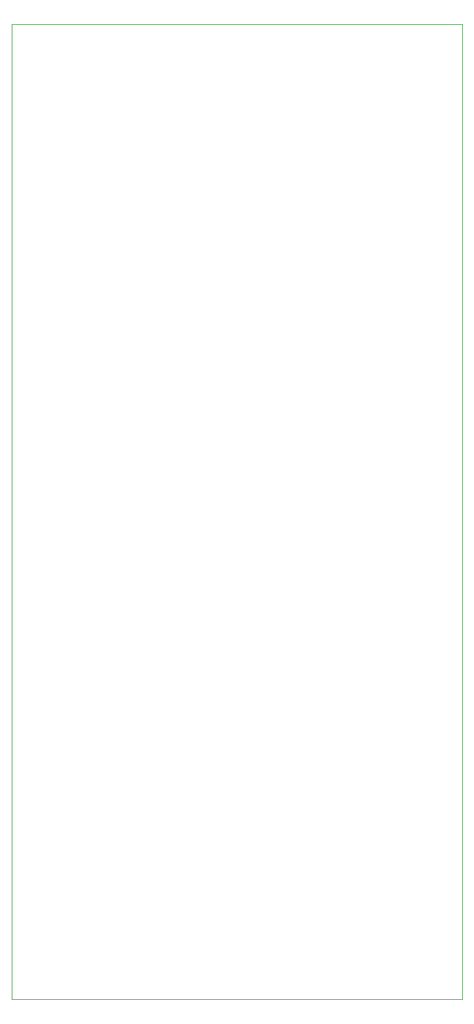
<source format=gbr>
%TF.GenerationSoftware,KiCad,Pcbnew,8.0.2*%
%TF.CreationDate,2024-06-25T08:47:31+02:00*%
%TF.ProjectId,Undroid,556e6472-6f69-4642-9e6b-696361645f70,rev?*%
%TF.SameCoordinates,Original*%
%TF.FileFunction,Profile,NP*%
%FSLAX46Y46*%
G04 Gerber Fmt 4.6, Leading zero omitted, Abs format (unit mm)*
G04 Created by KiCad (PCBNEW 8.0.2) date 2024-06-25 08:47:31*
%MOMM*%
%LPD*%
G01*
G04 APERTURE LIST*
%TA.AperFunction,Profile*%
%ADD10C,0.050000*%
%TD*%
G04 APERTURE END LIST*
D10*
X125000000Y-28800000D02*
X186700000Y-28800000D01*
X186700000Y-162000000D01*
X125000000Y-162000000D01*
X125000000Y-28800000D01*
M02*

</source>
